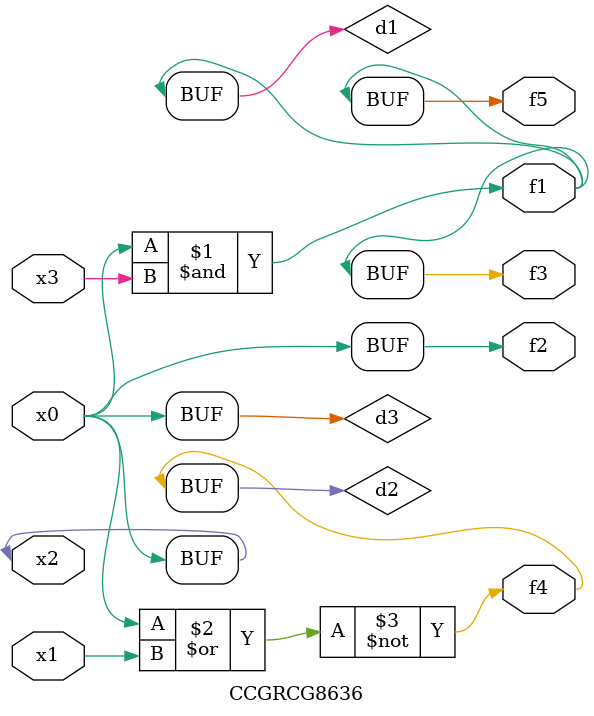
<source format=v>
module CCGRCG8636(
	input x0, x1, x2, x3,
	output f1, f2, f3, f4, f5
);

	wire d1, d2, d3;

	and (d1, x2, x3);
	nor (d2, x0, x1);
	buf (d3, x0, x2);
	assign f1 = d1;
	assign f2 = d3;
	assign f3 = d1;
	assign f4 = d2;
	assign f5 = d1;
endmodule

</source>
